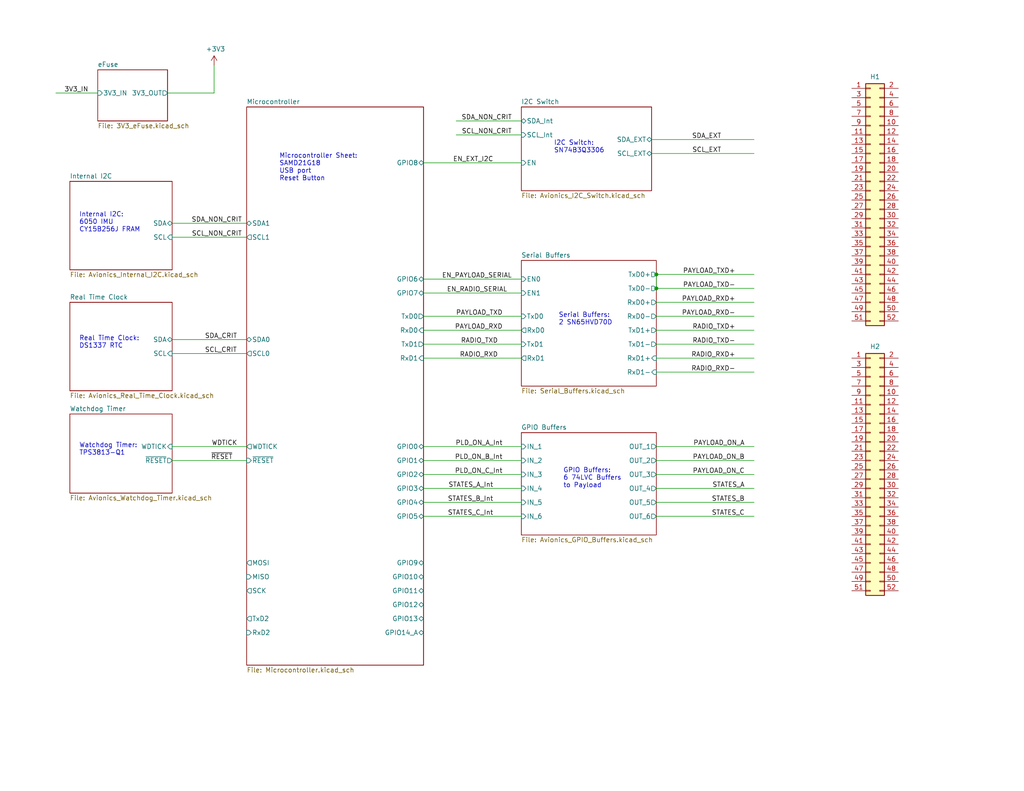
<source format=kicad_sch>
(kicad_sch (version 20211123) (generator eeschema)
  (paper "A")
  (title_block (title "Avionics Board Top Level Schematic"))
  (lib_symbols
    (symbol "Connector_Generic:Conn_02x26_Odd_Even" (pin_names (offset 1.016) hide)
      (property "Reference" "J" (at 1.27 33.02 0))
      (property "Value" "Conn_02x26_Odd_Even" (at 1.27 -35.56 0))
      (symbol "Conn_02x26_Odd_Even_1_1"
        (rectangle (start -1.27 -32.893) (end 0 -33.147) (stroke (width 0.1524)))
        (rectangle (start -1.27 -30.353) (end 0 -30.607) (stroke (width 0.1524)))
        (rectangle (start -1.27 -27.813) (end 0 -28.067) (stroke (width 0.1524)))
        (rectangle (start -1.27 -25.273) (end 0 -25.527) (stroke (width 0.1524)))
        (rectangle (start -1.27 -22.733) (end 0 -22.987) (stroke (width 0.1524)))
        (rectangle (start -1.27 -20.193) (end 0 -20.447) (stroke (width 0.1524)))
        (rectangle (start -1.27 -17.653) (end 0 -17.907) (stroke (width 0.1524)))
        (rectangle (start -1.27 -15.113) (end 0 -15.367) (stroke (width 0.1524)))
        (rectangle (start -1.27 -12.573) (end 0 -12.827) (stroke (width 0.1524)))
        (rectangle (start -1.27 -10.033) (end 0 -10.287) (stroke (width 0.1524)))
        (rectangle (start -1.27 -7.493) (end 0 -7.747) (stroke (width 0.1524)))
        (rectangle (start -1.27 -4.953) (end 0 -5.207) (stroke (width 0.1524)))
        (rectangle (start -1.27 -2.413) (end 0 -2.667) (stroke (width 0.1524)))
        (rectangle (start -1.27 0.127) (end 0 -0.127) (stroke (width 0.1524)))
        (rectangle (start -1.27 2.667) (end 0 2.413) (stroke (width 0.1524)))
        (rectangle (start -1.27 5.207) (end 0 4.953) (stroke (width 0.1524)))
        (rectangle (start -1.27 7.747) (end 0 7.493) (stroke (width 0.1524)))
        (rectangle (start -1.27 10.287) (end 0 10.033) (stroke (width 0.1524)))
        (rectangle (start -1.27 12.827) (end 0 12.573) (stroke (width 0.1524)))
        (rectangle (start -1.27 15.367) (end 0 15.113) (stroke (width 0.1524)))
        (rectangle (start -1.27 17.907) (end 0 17.653) (stroke (width 0.1524)))
        (rectangle (start -1.27 20.447) (end 0 20.193) (stroke (width 0.1524)))
        (rectangle (start -1.27 22.987) (end 0 22.733) (stroke (width 0.1524)))
        (rectangle (start -1.27 25.527) (end 0 25.273) (stroke (width 0.1524)))
        (rectangle (start -1.27 28.067) (end 0 27.813) (stroke (width 0.1524)))
        (rectangle (start -1.27 30.607) (end 0 30.353) (stroke (width 0.1524)))
        (rectangle (start -1.27 31.75) (end 3.81 -34.29) (stroke (width 0.254)) (fill (type background)))
        (rectangle (start 3.81 -32.893) (end 2.54 -33.147) (stroke (width 0.1524)))
        (rectangle (start 3.81 -30.353) (end 2.54 -30.607) (stroke (width 0.1524)))
        (rectangle (start 3.81 -27.813) (end 2.54 -28.067) (stroke (width 0.1524)))
        (rectangle (start 3.81 -25.273) (end 2.54 -25.527) (stroke (width 0.1524)))
        (rectangle (start 3.81 -22.733) (end 2.54 -22.987) (stroke (width 0.1524)))
        (rectangle (start 3.81 -20.193) (end 2.54 -20.447) (stroke (width 0.1524)))
        (rectangle (start 3.81 -17.653) (end 2.54 -17.907) (stroke (width 0.1524)))
        (rectangle (start 3.81 -15.113) (end 2.54 -15.367) (stroke (width 0.1524)))
        (rectangle (start 3.81 -12.573) (end 2.54 -12.827) (stroke (width 0.1524)))
        (rectangle (start 3.81 -10.033) (end 2.54 -10.287) (stroke (width 0.1524)))
        (rectangle (start 3.81 -7.493) (end 2.54 -7.747) (stroke (width 0.1524)))
        (rectangle (start 3.81 -4.953) (end 2.54 -5.207) (stroke (width 0.1524)))
        (rectangle (start 3.81 -2.413) (end 2.54 -2.667) (stroke (width 0.1524)))
        (rectangle (start 3.81 0.127) (end 2.54 -0.127) (stroke (width 0.1524)))
        (rectangle (start 3.81 2.667) (end 2.54 2.413) (stroke (width 0.1524)))
        (rectangle (start 3.81 5.207) (end 2.54 4.953) (stroke (width 0.1524)))
        (rectangle (start 3.81 7.747) (end 2.54 7.493) (stroke (width 0.1524)))
        (rectangle (start 3.81 10.287) (end 2.54 10.033) (stroke (width 0.1524)))
        (rectangle (start 3.81 12.827) (end 2.54 12.573) (stroke (width 0.1524)))
        (rectangle (start 3.81 15.367) (end 2.54 15.113) (stroke (width 0.1524)))
        (rectangle (start 3.81 17.907) (end 2.54 17.653) (stroke (width 0.1524)))
        (rectangle (start 3.81 20.447) (end 2.54 20.193) (stroke (width 0.1524)))
        (rectangle (start 3.81 22.987) (end 2.54 22.733) (stroke (width 0.1524)))
        (rectangle (start 3.81 25.527) (end 2.54 25.273) (stroke (width 0.1524)))
        (rectangle (start 3.81 28.067) (end 2.54 27.813) (stroke (width 0.1524)))
        (rectangle (start 3.81 30.607) (end 2.54 30.353) (stroke (width 0.1524)))
        (pin passive line (at -5.08 30.48 0) (length 3.81) (name "Pin_1") (number "1"))
        (pin passive line (at 7.62 20.32 180) (length 3.81) (name "Pin_10") (number "10"))
        (pin passive line (at -5.08 17.78 0) (length 3.81) (name "Pin_11") (number "11"))
        (pin passive line (at 7.62 17.78 180) (length 3.81) (name "Pin_12") (number "12"))
        (pin passive line (at -5.08 15.24 0) (length 3.81) (name "Pin_13") (number "13"))
        (pin passive line (at 7.62 15.24 180) (length 3.81) (name "Pin_14") (number "14"))
        (pin passive line (at -5.08 12.7 0) (length 3.81) (name "Pin_15") (number "15"))
        (pin passive line (at 7.62 12.7 180) (length 3.81) (name "Pin_16") (number "16"))
        (pin passive line (at -5.08 10.16 0) (length 3.81) (name "Pin_17") (number "17"))
        (pin passive line (at 7.62 10.16 180) (length 3.81) (name "Pin_18") (number "18"))
        (pin passive line (at -5.08 7.62 0) (length 3.81) (name "Pin_19") (number "19"))
        (pin passive line (at 7.62 30.48 180) (length 3.81) (name "Pin_2") (number "2"))
        (pin passive line (at 7.62 7.62 180) (length 3.81) (name "Pin_20") (number "20"))
        (pin passive line (at -5.08 5.08 0) (length 3.81) (name "Pin_21") (number "21"))
        (pin passive line (at 7.62 5.08 180) (length 3.81) (name "Pin_22") (number "22"))
        (pin passive line (at -5.08 2.54 0) (length 3.81) (name "Pin_23") (number "23"))
        (pin passive line (at 7.62 2.54 180) (length 3.81) (name "Pin_24") (number "24"))
        (pin passive line (at -5.08 0 0) (length 3.81) (name "Pin_25") (number "25"))
        (pin passive line (at 7.62 0 180) (length 3.81) (name "Pin_26") (number "26"))
        (pin passive line (at -5.08 -2.54 0) (length 3.81) (name "Pin_27") (number "27"))
        (pin passive line (at 7.62 -2.54 180) (length 3.81) (name "Pin_28") (number "28"))
        (pin passive line (at -5.08 -5.08 0) (length 3.81) (name "Pin_29") (number "29"))
        (pin passive line (at -5.08 27.94 0) (length 3.81) (name "Pin_3") (number "3"))
        (pin passive line (at 7.62 -5.08 180) (length 3.81) (name "Pin_30") (number "30"))
        (pin passive line (at -5.08 -7.62 0) (length 3.81) (name "Pin_31") (number "31"))
        (pin passive line (at 7.62 -7.62 180) (length 3.81) (name "Pin_32") (number "32"))
        (pin passive line (at -5.08 -10.16 0) (length 3.81) (name "Pin_33") (number "33"))
        (pin passive line (at 7.62 -10.16 180) (length 3.81) (name "Pin_34") (number "34"))
        (pin passive line (at -5.08 -12.7 0) (length 3.81) (name "Pin_35") (number "35"))
        (pin passive line (at 7.62 -12.7 180) (length 3.81) (name "Pin_36") (number "36"))
        (pin passive line (at -5.08 -15.24 0) (length 3.81) (name "Pin_37") (number "37"))
        (pin passive line (at 7.62 -15.24 180) (length 3.81) (name "Pin_38") (number "38"))
        (pin passive line (at -5.08 -17.78 0) (length 3.81) (name "Pin_39") (number "39"))
        (pin passive line (at 7.62 27.94 180) (length 3.81) (name "Pin_4") (number "4"))
        (pin passive line (at 7.62 -17.78 180) (length 3.81) (name "Pin_40") (number "40"))
        (pin passive line (at -5.08 -20.32 0) (length 3.81) (name "Pin_41") (number "41"))
        (pin passive line (at 7.62 -20.32 180) (length 3.81) (name "Pin_42") (number "42"))
        (pin passive line (at -5.08 -22.86 0) (length 3.81) (name "Pin_43") (number "43"))
        (pin passive line (at 7.62 -22.86 180) (length 3.81) (name "Pin_44") (number "44"))
        (pin passive line (at -5.08 -25.4 0) (length 3.81) (name "Pin_45") (number "45"))
        (pin passive line (at 7.62 -25.4 180) (length 3.81) (name "Pin_46") (number "46"))
        (pin passive line (at -5.08 -27.94 0) (length 3.81) (name "Pin_47") (number "47"))
        (pin passive line (at 7.62 -27.94 180) (length 3.81) (name "Pin_48") (number "48"))
        (pin passive line (at -5.08 -30.48 0) (length 3.81) (name "Pin_49") (number "49"))
        (pin passive line (at -5.08 25.4 0) (length 3.81) (name "Pin_5") (number "5"))
        (pin passive line (at 7.62 -30.48 180) (length 3.81) (name "Pin_50") (number "50"))
        (pin passive line (at -5.08 -33.02 0) (length 3.81) (name "Pin_51") (number "51"))
        (pin passive line (at 7.62 -33.02 180) (length 3.81) (name "Pin_52") (number "52"))
        (pin passive line (at 7.62 25.4 180) (length 3.81) (name "Pin_6") (number "6"))
        (pin passive line (at -5.08 22.86 0) (length 3.81) (name "Pin_7") (number "7"))
        (pin passive line (at 7.62 22.86 180) (length 3.81) (name "Pin_8") (number "8"))
        (pin passive line (at -5.08 20.32 0) (length 3.81) (name "Pin_9") (number "9"))
      )
    )
    (symbol "power:+3.3V" (power) (pin_names (offset 0))
      (property "Value" "+3.3V" (at 0 3.556 0))
      (symbol "+3.3V_0_1"
        (polyline (pts (xy -0.762 1.27) (xy 0 2.54)))
        (polyline (pts (xy 0 0) (xy 0 2.54)))
        (polyline (pts (xy 0 2.54) (xy 0.762 1.27)))
      )
      (symbol "+3.3V_1_1"
        (pin power_in line (at 0 0 90) (length 0) hide (name "+3V3") (number "1"))
      )
    )
  )
  (junction (at 179.07 78.74))
  (junction (at 179.07 74.93))
  (wire (pts (xy 67.31 64.77) (xy 46.99 64.77)))
  (wire (pts (xy 46.99 96.52) (xy 67.31 96.52)))
  (wire (pts (xy 142.24 76.2) (xy 115.57 76.2)))
  (wire (pts (xy 26.67 25.4) (xy 15.24 25.4)))
  (wire (pts (xy 115.57 137.16) (xy 142.24 137.16)))
  (wire (pts (xy 115.57 121.92) (xy 142.24 121.92)))
  (wire (pts (xy 46.99 121.92) (xy 67.31 121.92)))
  (wire (pts (xy 179.07 86.36) (xy 205.74 86.36)))
  (wire (pts (xy 142.24 33.02) (xy 124.46 33.02)))
  (wire (pts (xy 142.24 44.45) (xy 115.57 44.45)))
  (wire (pts (xy 179.07 121.92) (xy 205.74 121.92)))
  (wire (pts (xy 142.24 97.79) (xy 115.57 97.79)))
  (wire (pts (xy 67.31 92.71) (xy 46.99 92.71)))
  (wire (pts (xy 179.07 140.97) (xy 205.74 140.97)))
  (wire (pts (xy 45.72 25.4) (xy 58.42 25.4)))
  (wire (pts (xy 179.07 125.73) (xy 205.74 125.73)))
  (wire (pts (xy 67.31 125.73) (xy 46.99 125.73)))
  (wire (pts (xy 179.07 129.54) (xy 205.74 129.54)))
  (wire (pts (xy 115.57 93.98) (xy 142.24 93.98)))
  (wire (pts (xy 179.07 101.6) (xy 205.74 101.6)))
  (wire (pts (xy 142.24 90.17) (xy 115.57 90.17)))
  (wire (pts (xy 179.07 90.17) (xy 205.74 90.17)))
  (wire (pts (xy 179.07 133.35) (xy 205.74 133.35)))
  (wire (pts (xy 179.07 78.74) (xy 205.74 78.74)))
  (wire (pts (xy 179.07 82.55) (xy 205.74 82.55)))
  (wire (pts (xy 142.24 133.35) (xy 115.57 133.35)))
  (wire (pts (xy 179.07 74.93) (xy 179.07 78.74)))
  (wire (pts (xy 142.24 36.83) (xy 124.46 36.83)))
  (wire (pts (xy 142.24 80.01) (xy 115.57 80.01)))
  (wire (pts (xy 142.24 125.73) (xy 115.57 125.73)))
  (wire (pts (xy 58.42 25.4) (xy 58.42 17.78)))
  (wire (pts (xy 115.57 129.54) (xy 142.24 129.54)))
  (wire (pts (xy 179.07 74.93) (xy 205.74 74.93)))
  (wire (pts (xy 177.8 38.1) (xy 205.74 38.1)))
  (wire (pts (xy 115.57 86.36) (xy 142.24 86.36)))
  (wire (pts (xy 179.07 137.16) (xy 205.74 137.16)))
  (wire (pts (xy 46.99 60.96) (xy 67.31 60.96)))
  (wire (pts (xy 179.07 93.98) (xy 205.74 93.98)))
  (wire (pts (xy 142.24 140.97) (xy 115.57 140.97)))
  (wire (pts (xy 177.8 41.91) (xy 205.74 41.91)))
  (wire (pts (xy 179.07 97.79) (xy 205.74 97.79)))
  (text "GPIO Buffers:\n6 74LVC Buffers\nto Payload" (at 153.67 133.35 0) (effects (font (size 1.27 1.27)) (justify left bottom)))
  (text "Serial Buffers:\n2 SN65HVD70D" (at 152.4 88.9 0) (effects (font (size 1.27 1.27)) (justify left bottom)))
  (text "Watchdog Timer:\nTPS3813-Q1 " (at 21.59 124.46 0) (effects (font (size 1.27 1.27)) (justify left bottom)))
  (text "Real Time Clock:\nDS1337 RTC" (at 21.59 95.25 0) (effects (font (size 1.27 1.27)) (justify left bottom)))
  (text "Microcontroller Sheet:\nSAMD21G18\nUSB port\nReset Button" (at 76.2 49.53 0) (effects (font (size 1.27 1.27)) (justify left bottom)))
  (text "Internal I2C:\n6050 IMU\nCY15B256J FRAM" (at 21.59 63.5 0) (effects (font (size 1.27 1.27)) (justify left bottom)))
  (text "I2C Switch:\nSN74B3Q3306" (at 151.13 41.91 0) (effects (font (size 1.27 1.27)) (justify left bottom)))
  (label "SDA_NON_CRIT" (at 66.04 60.96 180))
  (label "PLD_ON_C_Int" (at 137.16 129.54 180))
  (label "SCL_NON_CRIT" (at 139.7 36.83 180))
  (label "RADIO_TXD+" (at 200.66 90.17 180))
  (label "3V3_IN" (at 24.13 25.4 180))
  (label "PAYLOAD_ON_A" (at 203.2 121.92 180))
  (label "SDA_CRIT" (at 55.88 92.71 0))
  (label "EN_PAYLOAD_SERIAL" (at 139.7 76.2 180))
  (label "RADIO_RXD" (at 135.89 97.79 180))
  (label "PAYLOAD_RXD+" (at 200.66 82.55 180))
  (label "PAYLOAD_ON_B" (at 203.2 125.73 180))
  (label "STATES_B" (at 203.2 137.16 180))
  (label "EN_RADIO_SERIAL" (at 138.43 80.01 180))
  (label "RADIO_RXD+" (at 200.66 97.79 180))
  (label "WDTICK" (at 64.77 121.92 180))
  (label "~{RESET}" (at 63.5 125.73 180))
  (label "PLD_ON_A_Int" (at 137.16 121.92 180))
  (label "STATES_A_Int" (at 134.62 133.35 180))
  (label "RADIO_TXD" (at 135.89 93.98 180))
  (label "PAYLOAD_ON_C" (at 203.2 129.54 180))
  (label "RADIO_RXD-" (at 200.66 101.6 180))
  (label "EN_EXT_I2C" (at 134.62 44.45 180))
  (label "STATES_B_Int" (at 134.62 137.16 180))
  (label "PAYLOAD_TXD-" (at 200.66 78.74 180))
  (label "PAYLOAD_RXD" (at 137.16 90.17 180))
  (label "SCL_EXT" (at 196.85 41.91 180))
  (label "SCL_CRIT" (at 55.88 96.52 0))
  (label "SDA_EXT" (at 196.85 38.1 180))
  (label "STATES_A" (at 203.2 133.35 180))
  (label "SDA_NON_CRIT" (at 139.7 33.02 180))
  (label "RADIO_TXD-" (at 200.66 93.98 180))
  (label "SCL_NON_CRIT" (at 66.04 64.77 180))
  (label "STATES_C" (at 203.2 140.97 180))
  (label "PAYLOAD_TXD" (at 137.16 86.36 180))
  (label "PAYLOAD_RXD-" (at 200.66 86.36 180))
  (label "STATES_C_Int" (at 134.62 140.97 180))
  (label "PLD_ON_B_Int" (at 137.16 125.73 180))
  (label "PAYLOAD_TXD+" (at 200.66 74.93 180))
  (symbol (lib_id "Connector_Generic:Conn_02x26_Odd_Even") (at 237.49 54.61 0) (unit 1)
    (property "Reference" "H1" (at 238.76 20.955 0))
    (property "Value" "Conn_02x26_Odd_Even" (effects hide))
  )
  (symbol (lib_id "Connector_Generic:Conn_02x26_Odd_Even") (at 237.49 128.27 0) (unit 1)
    (property "Reference" "H2" (at 238.76 94.615 0))
    (property "Value" "Conn_02x26_Odd_Even" (effects hide))
  )
  (symbol (lib_id "power:+3.3V") (at 58.42 17.78 0) (unit 1)
    (property "Reference" "#PWR?" (effects hide))
    (property "Value" "+3.3V" (at 58.801 13.3858 0))
  )
  (sheet (at 67.31 29.21) (size 48.26 152.4)
    (property "Sheet name" "Microcontroller" (at 67.31 28.4984 0) (effects (justify left bottom)))
    (property "Sheet file" "Microcontroller.kicad_sch" (at 67.31 182.1946 0) (effects (justify left top)))
    (pin "SCL0" output (at 67.31 96.52 180))
    (pin "SDA0" bidirectional (at 67.31 92.71 180))
    (pin "SDA1" bidirectional (at 67.31 60.96 180))
    (pin "~{RESET}" input (at 67.31 125.73 180))
    (pin "WDTICK" output (at 67.31 121.92 180))
    (pin "GPIO0" bidirectional (at 115.57 121.92 0))
    (pin "GPIO1" bidirectional (at 115.57 125.73 0))
    (pin "GPIO2" bidirectional (at 115.57 129.54 0))
    (pin "GPIO3" bidirectional (at 115.57 133.35 0))
    (pin "GPIO4" bidirectional (at 115.57 137.16 0))
    (pin "GPIO5" bidirectional (at 115.57 140.97 0))
    (pin "TxD0" output (at 115.57 86.36 0))
    (pin "RxD0" input (at 115.57 90.17 0))
    (pin "RxD1" input (at 115.57 97.79 0))
    (pin "TxD1" output (at 115.57 93.98 0))
    (pin "GPIO6" bidirectional (at 115.57 76.2 0))
    (pin "GPIO7" bidirectional (at 115.57 80.01 0))
    (pin "GPIO8" bidirectional (at 115.57 44.45 0))
    (pin "SCL1" output (at 67.31 64.77 180))
    (pin "MOSI" output (at 67.31 153.67 180))
    (pin "SCK" output (at 67.31 161.29 180))
    (pin "GPIO11" bidirectional (at 115.57 161.29 0))
    (pin "GPIO13" bidirectional (at 115.57 168.91 0))
    (pin "GPIO12" bidirectional (at 115.57 165.1 0))
    (pin "TxD2" output (at 67.31 168.91 180))
    (pin "MISO" input (at 67.31 157.48 180))
    (pin "RxD2" input (at 67.31 172.72 180))
    (pin "GPIO14_A" bidirectional (at 115.57 172.72 0))
    (pin "GPIO9" bidirectional (at 115.57 153.67 0))
    (pin "GPIO10" bidirectional (at 115.57 157.48 0))
  )
  (sheet (at 19.05 49.53) (size 27.94 24.13)
    (property "Sheet name" "Internal I2C" (at 19.05 48.8184 0) (effects (justify left bottom)))
    (property "Sheet file" "Avionics_Internal_I2C.kicad_sch" (at 19.05 74.2446 0) (effects (justify left top)))
    (pin "SDA" bidirectional (at 46.99 60.96 0))
    (pin "SCL" input (at 46.99 64.77 0))
  )
  (sheet (at 19.05 82.55) (size 27.94 24.13)
    (property "Sheet name" "Real Time Clock" (at 19.05 81.8384 0) (effects (justify left bottom)))
    (property "Sheet file" "Avionics_Real_Time_Clock.kicad_sch" (at 19.05 107.2646 0) (effects (justify left top)))
    (pin "SCL" input (at 46.99 96.52 0))
    (pin "SDA" bidirectional (at 46.99 92.71 0))
  )
  (sheet (at 19.05 113.03) (size 27.94 21.59)
    (property "Sheet name" "Watchdog Timer" (at 19.05 112.3184 0) (effects (justify left bottom)))
    (property "Sheet file" "Avionics_Watchdog_Timer.kicad_sch" (at 19.05 135.2046 0) (effects (justify left top)))
    (pin "~{RESET}" output (at 46.99 125.73 0))
    (pin "WDTICK" input (at 46.99 121.92 0))
  )
  (sheet (at 142.24 29.21) (size 35.56 22.86)
    (property "Sheet name" "I2C Switch" (at 142.24 28.4984 0) (effects (justify left bottom)))
    (property "Sheet file" "Avionics_I2C_Switch.kicad_sch" (at 142.24 52.6546 0) (effects (justify left top)))
    (pin "SDA_Int" bidirectional (at 142.24 33.02 180))
    (pin "SCL_Int" input (at 142.24 36.83 180))
    (pin "EN" input (at 142.24 44.45 180))
    (pin "SDA_EXT" bidirectional (at 177.8 38.1 0))
    (pin "SCL_EXT" bidirectional (at 177.8 41.91 0))
  )
  (sheet (at 142.24 71.12) (size 36.83 34.29)
    (property "Sheet name" "Serial Buffers" (at 142.24 70.4084 0) (effects (justify left bottom)))
    (property "Sheet file" "Serial_Buffers.kicad_sch" (at 142.24 105.9946 0) (effects (justify left top)))
    (pin "TxD0" input (at 142.24 86.36 180))
    (pin "RxD0" output (at 142.24 90.17 180))
    (pin "RxD1" output (at 142.24 97.79 180))
    (pin "TxD1" input (at 142.24 93.98 180))
    (pin "TxD0+" output (at 179.07 74.93 0))
    (pin "TxD0-" output (at 179.07 78.74 0))
    (pin "RxD0+" output (at 179.07 82.55 0))
    (pin "RxD0-" output (at 179.07 86.36 0))
    (pin "TxD1+" output (at 179.07 90.17 0))
    (pin "TxD1-" output (at 179.07 93.98 0))
    (pin "RxD1+" input (at 179.07 97.79 0))
    (pin "RxD1-" input (at 179.07 101.6 0))
    (pin "EN0" input (at 142.24 76.2 180))
    (pin "EN1" input (at 142.24 80.01 180))
  )
  (sheet (at 142.24 118.11) (size 36.83 27.94)
    (property "Sheet name" "GPIO Buffers" (at 142.24 117.3984 0) (effects (justify left bottom)))
    (property "Sheet file" "Avionics_GPIO_Buffers.kicad_sch" (at 142.24 146.6346 0) (effects (justify left top)))
    (pin "IN_1" input (at 142.24 121.92 180))
    (pin "IN_2" input (at 142.24 125.73 180))
    (pin "IN_3" input (at 142.24 129.54 180))
    (pin "IN_4" input (at 142.24 133.35 180))
    (pin "IN_5" input (at 142.24 137.16 180))
    (pin "IN_6" input (at 142.24 140.97 180))
    (pin "OUT_1" output (at 179.07 121.92 0))
    (pin "OUT_2" output (at 179.07 125.73 0))
    (pin "OUT_3" output (at 179.07 129.54 0))
    (pin "OUT_4" output (at 179.07 133.35 0))
    (pin "OUT_5" output (at 179.07 137.16 0))
    (pin "OUT_6" output (at 179.07 140.97 0))
  )
  (sheet (at 26.67 19.05) (size 19.05 13.97)
    (property "Sheet name" "eFuse" (at 26.67 18.3384 0) (effects (justify left bottom)))
    (property "Sheet file" "3V3_eFuse.kicad_sch" (at 26.67 33.6046 0) (effects (justify left top)))
    (pin "3V3_IN" input (at 26.67 25.4 180))
    (pin "3V3_OUT" output (at 45.72 25.4 0))
  )
)
</source>
